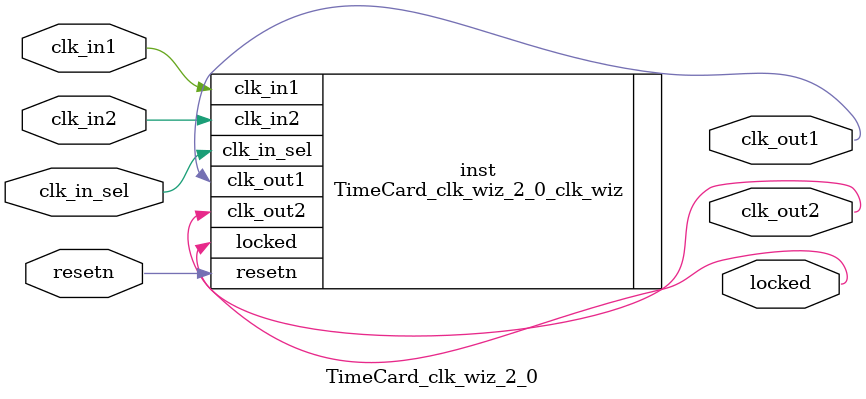
<source format=v>


`timescale 1ps/1ps

(* CORE_GENERATION_INFO = "TimeCard_clk_wiz_2_0,clk_wiz_v6_0_10_0_0,{component_name=TimeCard_clk_wiz_2_0,use_phase_alignment=true,use_min_o_jitter=false,use_max_i_jitter=false,use_dyn_phase_shift=false,use_inclk_switchover=true,use_dyn_reconfig=false,enable_axi=0,feedback_source=FDBK_AUTO,PRIMITIVE=MMCM,num_out_clk=2,clkin1_period=5.000,clkin2_period=5.000,use_power_down=false,use_reset=true,use_locked=true,use_inclk_stopped=false,feedback_type=SINGLE,CLOCK_MGR_TYPE=NA,manual_override=false}" *)

module TimeCard_clk_wiz_2_0 
 (
  input         clk_in2,
  input         clk_in_sel,
  // Clock out ports
  output        clk_out1,
  output        clk_out2,
  // Status and control signals
  input         resetn,
  output        locked,
 // Clock in ports
  input         clk_in1
 );

  TimeCard_clk_wiz_2_0_clk_wiz inst
  (
  .clk_in2(clk_in2),
  .clk_in_sel(clk_in_sel),
  // Clock out ports  
  .clk_out1(clk_out1),
  .clk_out2(clk_out2),
  // Status and control signals               
  .resetn(resetn), 
  .locked(locked),
 // Clock in ports
  .clk_in1(clk_in1)
  );

endmodule

</source>
